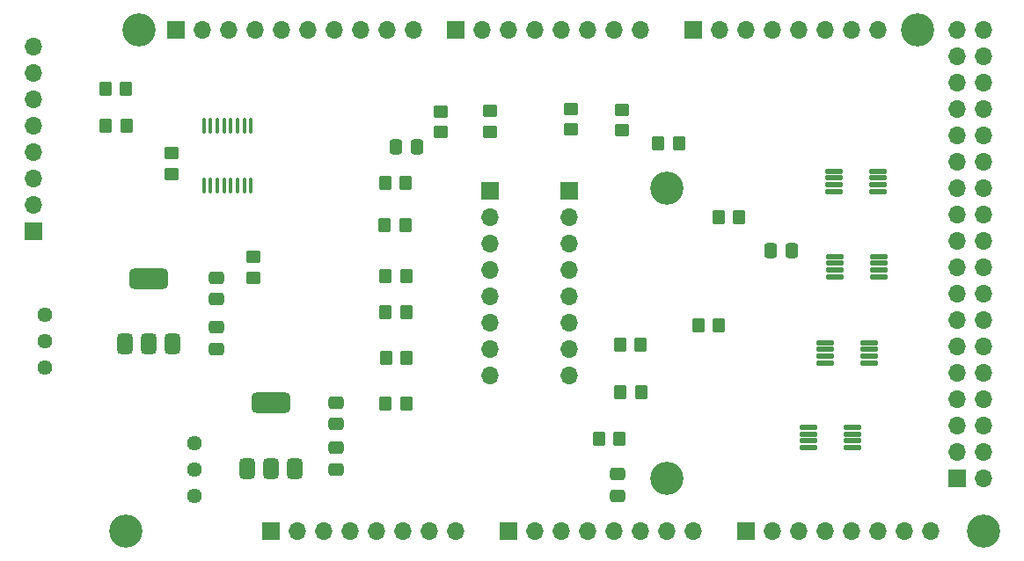
<source format=gbr>
%TF.GenerationSoftware,KiCad,Pcbnew,8.0.8*%
%TF.CreationDate,2025-07-24T20:26:14+03:00*%
%TF.ProjectId,memristor_shield,6d656d72-6973-4746-9f72-5f736869656c,rev?*%
%TF.SameCoordinates,Original*%
%TF.FileFunction,Soldermask,Top*%
%TF.FilePolarity,Negative*%
%FSLAX46Y46*%
G04 Gerber Fmt 4.6, Leading zero omitted, Abs format (unit mm)*
G04 Created by KiCad (PCBNEW 8.0.8) date 2025-07-24 20:26:14*
%MOMM*%
%LPD*%
G01*
G04 APERTURE LIST*
G04 Aperture macros list*
%AMRoundRect*
0 Rectangle with rounded corners*
0 $1 Rounding radius*
0 $2 $3 $4 $5 $6 $7 $8 $9 X,Y pos of 4 corners*
0 Add a 4 corners polygon primitive as box body*
4,1,4,$2,$3,$4,$5,$6,$7,$8,$9,$2,$3,0*
0 Add four circle primitives for the rounded corners*
1,1,$1+$1,$2,$3*
1,1,$1+$1,$4,$5*
1,1,$1+$1,$6,$7*
1,1,$1+$1,$8,$9*
0 Add four rect primitives between the rounded corners*
20,1,$1+$1,$2,$3,$4,$5,0*
20,1,$1+$1,$4,$5,$6,$7,0*
20,1,$1+$1,$6,$7,$8,$9,0*
20,1,$1+$1,$8,$9,$2,$3,0*%
G04 Aperture macros list end*
%ADD10R,1.700000X1.700000*%
%ADD11O,1.700000X1.700000*%
%ADD12RoundRect,0.250000X-0.475000X0.337500X-0.475000X-0.337500X0.475000X-0.337500X0.475000X0.337500X0*%
%ADD13RoundRect,0.250000X0.350000X0.450000X-0.350000X0.450000X-0.350000X-0.450000X0.350000X-0.450000X0*%
%ADD14C,3.200000*%
%ADD15RoundRect,0.250000X0.450000X-0.350000X0.450000X0.350000X-0.450000X0.350000X-0.450000X-0.350000X0*%
%ADD16RoundRect,0.250000X-0.350000X-0.450000X0.350000X-0.450000X0.350000X0.450000X-0.350000X0.450000X0*%
%ADD17RoundRect,0.125000X-0.687500X-0.125000X0.687500X-0.125000X0.687500X0.125000X-0.687500X0.125000X0*%
%ADD18C,1.440000*%
%ADD19RoundRect,0.250000X-0.337500X-0.475000X0.337500X-0.475000X0.337500X0.475000X-0.337500X0.475000X0*%
%ADD20RoundRect,0.375000X0.375000X-0.625000X0.375000X0.625000X-0.375000X0.625000X-0.375000X-0.625000X0*%
%ADD21RoundRect,0.500000X1.400000X-0.500000X1.400000X0.500000X-1.400000X0.500000X-1.400000X-0.500000X0*%
%ADD22RoundRect,0.250000X0.475000X-0.337500X0.475000X0.337500X-0.475000X0.337500X-0.475000X-0.337500X0*%
%ADD23RoundRect,0.250000X-0.450000X0.350000X-0.450000X-0.350000X0.450000X-0.350000X0.450000X0.350000X0*%
%ADD24RoundRect,0.100000X0.100000X-0.637500X0.100000X0.637500X-0.100000X0.637500X-0.100000X-0.637500X0*%
G04 APERTURE END LIST*
D10*
%TO.C,J7*%
X193980000Y-92380000D03*
D11*
X196520000Y-92380000D03*
X193980000Y-89840000D03*
X196520000Y-89840000D03*
X193980000Y-87300000D03*
X196520000Y-87300000D03*
X193980000Y-84760000D03*
X196520000Y-84760000D03*
X193980000Y-82220000D03*
X196520000Y-82220000D03*
X193980000Y-79680000D03*
X196520000Y-79680000D03*
X193980000Y-77140000D03*
X196520000Y-77140000D03*
X193980000Y-74600000D03*
X196520000Y-74600000D03*
X193980000Y-72060000D03*
X196520000Y-72060000D03*
X193980000Y-69520000D03*
X196520000Y-69520000D03*
X193980000Y-66980000D03*
X196520000Y-66980000D03*
X193980000Y-64440000D03*
X196520000Y-64440000D03*
X193980000Y-61900000D03*
X196520000Y-61900000D03*
X193980000Y-59360000D03*
X196520000Y-59360000D03*
X193980000Y-56820000D03*
X196520000Y-56820000D03*
X193980000Y-54280000D03*
X196520000Y-54280000D03*
X193980000Y-51740000D03*
X196520000Y-51740000D03*
X193980000Y-49200000D03*
X196520000Y-49200000D03*
%TD*%
D10*
%TO.C,J1*%
X127940000Y-97460000D03*
D11*
X130480000Y-97460000D03*
X133020000Y-97460000D03*
X135560000Y-97460000D03*
X138100000Y-97460000D03*
X140640000Y-97460000D03*
X143180000Y-97460000D03*
X145720000Y-97460000D03*
%TD*%
D10*
%TO.C,J3*%
X150800000Y-97460000D03*
D11*
X153340000Y-97460000D03*
X155880000Y-97460000D03*
X158420000Y-97460000D03*
X160960000Y-97460000D03*
X163500000Y-97460000D03*
X166040000Y-97460000D03*
X168580000Y-97460000D03*
%TD*%
D10*
%TO.C,J5*%
X173660000Y-97460000D03*
D11*
X176200000Y-97460000D03*
X178740000Y-97460000D03*
X181280000Y-97460000D03*
X183820000Y-97460000D03*
X186360000Y-97460000D03*
X188900000Y-97460000D03*
X191440000Y-97460000D03*
%TD*%
D10*
%TO.C,J2*%
X118796000Y-49200000D03*
D11*
X121336000Y-49200000D03*
X123876000Y-49200000D03*
X126416000Y-49200000D03*
X128956000Y-49200000D03*
X131496000Y-49200000D03*
X134036000Y-49200000D03*
X136576000Y-49200000D03*
X139116000Y-49200000D03*
X141656000Y-49200000D03*
%TD*%
D10*
%TO.C,J4*%
X145720000Y-49200000D03*
D11*
X148260000Y-49200000D03*
X150800000Y-49200000D03*
X153340000Y-49200000D03*
X155880000Y-49200000D03*
X158420000Y-49200000D03*
X160960000Y-49200000D03*
X163500000Y-49200000D03*
%TD*%
D10*
%TO.C,J6*%
X168580000Y-49200000D03*
D11*
X171120000Y-49200000D03*
X173660000Y-49200000D03*
X176200000Y-49200000D03*
X178740000Y-49200000D03*
X181280000Y-49200000D03*
X183820000Y-49200000D03*
X186360000Y-49200000D03*
%TD*%
D12*
%TO.C,C13*%
X161340000Y-91992500D03*
X161340000Y-94067500D03*
%TD*%
D10*
%TO.C,J8*%
X149060000Y-64740000D03*
D11*
X149060000Y-67280000D03*
X149060000Y-69820000D03*
X149060000Y-72360000D03*
X149060000Y-74900000D03*
X149060000Y-77440000D03*
X149060000Y-79980000D03*
X149060000Y-82520000D03*
%TD*%
D13*
%TO.C,R5*%
X141000000Y-72910000D03*
X139000000Y-72910000D03*
%TD*%
D14*
%TO.C,MH6*%
X196520000Y-97460000D03*
%TD*%
D15*
%TO.C,R19*%
X118390000Y-63100000D03*
X118390000Y-61100000D03*
%TD*%
D13*
%TO.C,R17*%
X114040000Y-58440000D03*
X112040000Y-58440000D03*
%TD*%
%TO.C,R6*%
X140990000Y-76350000D03*
X138990000Y-76350000D03*
%TD*%
D16*
%TO.C,R15*%
X161570000Y-84080000D03*
X163570000Y-84080000D03*
%TD*%
D14*
%TO.C,MH1*%
X115240000Y-49200000D03*
%TD*%
D17*
%TO.C,U5*%
X182247500Y-71025000D03*
X182247500Y-71675000D03*
X182247500Y-72325000D03*
X182247500Y-72975000D03*
X186472500Y-72975000D03*
X186472500Y-72325000D03*
X186472500Y-71675000D03*
X186472500Y-71025000D03*
%TD*%
D12*
%TO.C,C2*%
X134240000Y-85102500D03*
X134240000Y-87177500D03*
%TD*%
D15*
%TO.C,R2*%
X144280000Y-59060000D03*
X144280000Y-57060000D03*
%TD*%
D18*
%TO.C,RV2*%
X106240000Y-76670000D03*
X106240000Y-79210000D03*
X106240000Y-81750000D03*
%TD*%
D16*
%TO.C,R11*%
X165230000Y-60100000D03*
X167230000Y-60100000D03*
%TD*%
D19*
%TO.C,C10*%
X139962500Y-60460000D03*
X142037500Y-60460000D03*
%TD*%
D20*
%TO.C,U15*%
X113890000Y-79430000D03*
X116190000Y-79430000D03*
X118490000Y-79430000D03*
D21*
X116190000Y-73130000D03*
%TD*%
D15*
%TO.C,R9*%
X156800000Y-58810000D03*
X156800000Y-56810000D03*
%TD*%
D22*
%TO.C,C3*%
X122710000Y-79917500D03*
X122710000Y-77842500D03*
%TD*%
D15*
%TO.C,R10*%
X161730000Y-58880000D03*
X161730000Y-56880000D03*
%TD*%
D13*
%TO.C,R3*%
X140930000Y-63950000D03*
X138930000Y-63950000D03*
%TD*%
D16*
%TO.C,R13*%
X169080000Y-77620000D03*
X171080000Y-77620000D03*
%TD*%
D13*
%TO.C,R4*%
X140920000Y-68040000D03*
X138920000Y-68040000D03*
%TD*%
D12*
%TO.C,C4*%
X122680000Y-73075000D03*
X122680000Y-75150000D03*
%TD*%
D13*
%TO.C,R18*%
X114030000Y-54840000D03*
X112030000Y-54840000D03*
%TD*%
D16*
%TO.C,R14*%
X161550000Y-79530000D03*
X163550000Y-79530000D03*
%TD*%
D13*
%TO.C,R8*%
X141000000Y-85200000D03*
X139000000Y-85200000D03*
%TD*%
%TO.C,R7*%
X141020000Y-80770000D03*
X139020000Y-80770000D03*
%TD*%
D10*
%TO.C,J10*%
X105080000Y-68580000D03*
D11*
X105080000Y-66040000D03*
X105080000Y-63500000D03*
X105080000Y-60960000D03*
X105080000Y-58420000D03*
X105080000Y-55880000D03*
X105080000Y-53340000D03*
X105080000Y-50800000D03*
%TD*%
D15*
%TO.C,R1*%
X149070000Y-59020000D03*
X149070000Y-57020000D03*
%TD*%
D10*
%TO.C,J9*%
X156680000Y-64740000D03*
D11*
X156680000Y-67280000D03*
X156680000Y-69820000D03*
X156680000Y-72360000D03*
X156680000Y-74900000D03*
X156680000Y-77440000D03*
X156680000Y-79980000D03*
X156680000Y-82520000D03*
%TD*%
D16*
%TO.C,R16*%
X159500000Y-88580000D03*
X161500000Y-88580000D03*
%TD*%
D17*
%TO.C,U6*%
X181337500Y-79325000D03*
X181337500Y-79975000D03*
X181337500Y-80625000D03*
X181337500Y-81275000D03*
X185562500Y-81275000D03*
X185562500Y-80625000D03*
X185562500Y-79975000D03*
X185562500Y-79325000D03*
%TD*%
%TO.C,U7*%
X179687500Y-87485000D03*
X179687500Y-88135000D03*
X179687500Y-88785000D03*
X179687500Y-89435000D03*
X183912500Y-89435000D03*
X183912500Y-88785000D03*
X183912500Y-88135000D03*
X183912500Y-87485000D03*
%TD*%
D19*
%TO.C,C12*%
X176012500Y-70480000D03*
X178087500Y-70480000D03*
%TD*%
D16*
%TO.C,R12*%
X171030000Y-67220000D03*
X173030000Y-67220000D03*
%TD*%
D23*
%TO.C,R20*%
X126260000Y-71090000D03*
X126260000Y-73090000D03*
%TD*%
D18*
%TO.C,RV1*%
X120570000Y-94050000D03*
X120570000Y-91510000D03*
X120570000Y-88970000D03*
%TD*%
D22*
%TO.C,C1*%
X134240000Y-91527500D03*
X134240000Y-89452500D03*
%TD*%
D20*
%TO.C,U14*%
X125680000Y-91440000D03*
X127980000Y-91440000D03*
X130280000Y-91440000D03*
D21*
X127980000Y-85140000D03*
%TD*%
D14*
%TO.C,MH2*%
X113970000Y-97460000D03*
%TD*%
%TO.C,MH3*%
X166040000Y-64440000D03*
%TD*%
%TO.C,MH4*%
X166040000Y-92380000D03*
%TD*%
D17*
%TO.C,U4*%
X182177500Y-62815000D03*
X182177500Y-63465000D03*
X182177500Y-64115000D03*
X182177500Y-64765000D03*
X186402500Y-64765000D03*
X186402500Y-64115000D03*
X186402500Y-63465000D03*
X186402500Y-62815000D03*
%TD*%
D24*
%TO.C,U9*%
X121485000Y-64165000D03*
X122135000Y-64165000D03*
X122785000Y-64165000D03*
X123435000Y-64165000D03*
X124085000Y-64165000D03*
X124735000Y-64165000D03*
X125385000Y-64165000D03*
X126035000Y-64165000D03*
X126035000Y-58440000D03*
X125385000Y-58440000D03*
X124735000Y-58440000D03*
X124085000Y-58440000D03*
X123435000Y-58440000D03*
X122785000Y-58440000D03*
X122135000Y-58440000D03*
X121485000Y-58440000D03*
%TD*%
D14*
%TO.C,MH5*%
X190170000Y-49200000D03*
%TD*%
M02*

</source>
